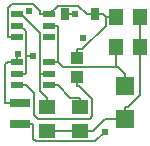
<source format=gtl>
G04 ---------------------------- Layer name :TOP LAYER*
G04 EasyEDA v5.4.12, Wed, 30 May 2018 18:18:05 GMT*
G04 5ddd2809abea4f13a97f4610e2c86d9f*
G04 Gerber Generator version 0.2*
G04 Scale: 100 percent, Rotated: No, Reflected: No *
G04 Dimensions in inches *
G04 leading zeros omitted , absolute positions ,2 integer and 4 decimal *
%FSLAX24Y24*%
%MOIN*%
G90*
G70D02*

%ADD11C,0.008000*%
%ADD12C,0.024400*%
%ADD13C,0.024000*%
%ADD14R,0.039370X0.021654*%
%ADD15R,0.031496X0.039370*%
%ADD16R,0.070900X0.031500*%
%ADD17R,0.043307X0.039370*%
%ADD18R,0.045670X0.057870*%
%ADD19R,0.057870X0.045670*%
%ADD20R,0.062000X0.062000*%

%LPD*%
G54D11*
G01X2700Y1628D02*
G01X2382Y1628D01*
G01X1961Y2051D01*
G01X1663Y4026D02*
G01X1961Y4026D01*
G01X1961Y4026D02*
G01X1961Y2800D01*
G01X1663Y2800D02*
G01X1809Y2800D01*
G01X1830Y2800D02*
G01X1809Y2800D01*
G01X1830Y2800D02*
G01X1961Y2800D01*
G01X700Y750D02*
G01X1155Y750D01*
G01X3534Y498D02*
G01X3207Y171D01*
G01X1242Y171D01*
G01X1156Y258D01*
G01X1156Y750D01*
G01X3900Y2634D02*
G01X2125Y2634D01*
G01X1961Y2800D01*
G01X4200Y2421D02*
G01X3986Y2634D01*
G01X3900Y2634D01*
G01X3900Y3300D02*
G01X3900Y2634D01*
G01X4200Y2000D02*
G01X4200Y2421D01*
G01X2700Y500D02*
G01X3128Y500D01*
G01X3528Y900D01*
G01X4200Y900D01*
G01X1600Y500D02*
G01X2700Y500D01*
G01X898Y3005D02*
G01X898Y3848D01*
G01X721Y4026D01*
G01X600Y4026D01*
G01X859Y2426D02*
G01X898Y2463D01*
G01X898Y3005D01*
G01X1128Y3005D02*
G01X898Y3005D01*
G01X600Y2426D02*
G01X859Y2426D01*
G01X4200Y900D02*
G01X4200Y1321D01*
G01X4700Y3300D02*
G01X4700Y1715D01*
G01X4305Y1321D01*
G01X4200Y1321D01*
G01X4700Y4300D02*
G01X4700Y3300D01*
G01X600Y2800D02*
G01X301Y2800D01*
G01X700Y1450D02*
G01X244Y1450D01*
G01X244Y1450D02*
G01X200Y1450D01*
G01X200Y2742D01*
G01X301Y2800D01*
G01X600Y2800D02*
G01X600Y3036D01*
G01X655Y3090D01*
G01X2459Y4400D02*
G01X2546Y4400D01*
G01X2200Y4400D02*
G01X2459Y4400D01*
G01X1600Y1300D02*
G01X1600Y1628D01*
G01X1365Y2426D02*
G01X1365Y1863D01*
G01X1600Y1628D01*
G01X1365Y2426D02*
G01X1365Y3765D01*
G01X730Y4400D01*
G01X600Y4400D01*
G01X1403Y2426D02*
G01X1365Y2426D01*
G01X1663Y2426D02*
G01X1403Y2426D01*
G01X1663Y4400D02*
G01X1365Y4400D01*
G01X1365Y4400D02*
G01X1365Y4505D01*
G01X1136Y4732D01*
G01X432Y4732D01*
G01X301Y4601D01*
G01X301Y3651D01*
G01X2942Y4400D02*
G01X2644Y4698D01*
G01X1961Y4698D01*
G01X1663Y4400D01*
G01X600Y3651D02*
G01X301Y3651D01*
G01X3200Y4400D02*
G01X2942Y4400D01*
G01X3328Y4400D02*
G01X3200Y4400D01*
G01X3559Y4300D02*
G01X3459Y4400D01*
G01X3900Y4300D02*
G01X3559Y4300D01*
G01X3559Y4300D02*
G01X3559Y4011D01*
G01X2780Y3234D01*
G01X2600Y3234D01*
G01X2600Y2936D02*
G01X2600Y3234D01*
G01X3328Y4400D02*
G01X3459Y4400D01*
G01X600Y2051D02*
G01X898Y2051D01*
G01X2600Y2305D02*
G01X2600Y2007D01*
G01X2600Y2007D02*
G01X2675Y2007D01*
G01X3113Y1569D01*
G01X3113Y1007D01*
G01X3025Y917D01*
G01X1294Y917D01*
G01X1163Y1048D01*
G01X1163Y1786D01*
G01X898Y2051D01*
G01X1663Y2051D02*
G01X1961Y2051D01*
G01X2700Y1300D02*
G01X2700Y1628D01*
G54D14*
G01X600Y4400D03*
G01X600Y4026D03*
G01X600Y3651D03*
G01X1663Y3651D03*
G01X1663Y4400D03*
G01X1663Y4026D03*
G01X600Y2800D03*
G01X600Y2426D03*
G01X600Y2051D03*
G01X1663Y2051D03*
G01X1663Y2800D03*
G01X1663Y2426D03*
G54D15*
G01X2200Y4400D03*
G01X3200Y4400D03*
G54D16*
G01X700Y1450D03*
G01X700Y750D03*
G54D17*
G01X2600Y2305D03*
G01X2600Y2935D03*
G54D18*
G01X3900Y4299D03*
G01X4700Y4299D03*
G01X3900Y3299D03*
G01X4700Y3299D03*
G54D19*
G01X2700Y500D03*
G01X2700Y1300D03*
G01X1600Y500D03*
G01X1600Y1300D03*
G54D20*
G01X4200Y2000D03*
G01X4200Y900D03*
G54D12*
G01X2800Y3600D03*
G01X1000Y4500D03*
G54D13*
G01X3534Y498D03*
G01X1128Y3005D03*
G01X2546Y4400D03*
G01X655Y3090D03*
M00*
M02*

</source>
